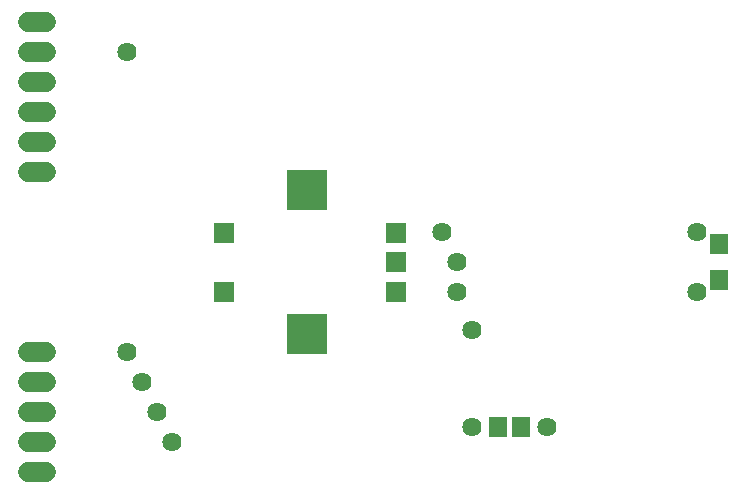
<source format=gbs>
G75*
%MOIN*%
%OFA0B0*%
%FSLAX24Y24*%
%IPPOS*%
%LPD*%
%AMOC8*
5,1,8,0,0,1.08239X$1,22.5*
%
%ADD10R,0.0592X0.0671*%
%ADD11R,0.0631X0.0710*%
%ADD12R,0.0674X0.0674*%
%ADD13R,0.1346X0.1346*%
%ADD14C,0.0680*%
%ADD15C,0.0640*%
D10*
X018426Y007180D03*
X019174Y007180D03*
D11*
X025800Y012089D03*
X025800Y013271D03*
D12*
X015003Y013664D03*
X015003Y012680D03*
X015003Y011696D03*
X009294Y011696D03*
X009294Y013664D03*
D13*
X012050Y015082D03*
X012050Y010278D03*
D14*
X003350Y005680D02*
X002750Y005680D01*
X002750Y006680D02*
X003350Y006680D01*
X003350Y007680D02*
X002750Y007680D01*
X002750Y008680D02*
X003350Y008680D01*
X003350Y009680D02*
X002750Y009680D01*
X002750Y015680D02*
X003350Y015680D01*
X003350Y016680D02*
X002750Y016680D01*
X002750Y017680D02*
X003350Y017680D01*
X003350Y018680D02*
X002750Y018680D01*
X002750Y019680D02*
X003350Y019680D01*
X003350Y020680D02*
X002750Y020680D01*
D15*
X006050Y019680D03*
X016550Y013680D03*
X017050Y012680D03*
X017050Y011680D03*
X017550Y010430D03*
X017550Y007180D03*
X020050Y007180D03*
X025050Y011680D03*
X025050Y013680D03*
X007550Y006680D03*
X007050Y007680D03*
X006550Y008680D03*
X006050Y009680D03*
M02*

</source>
